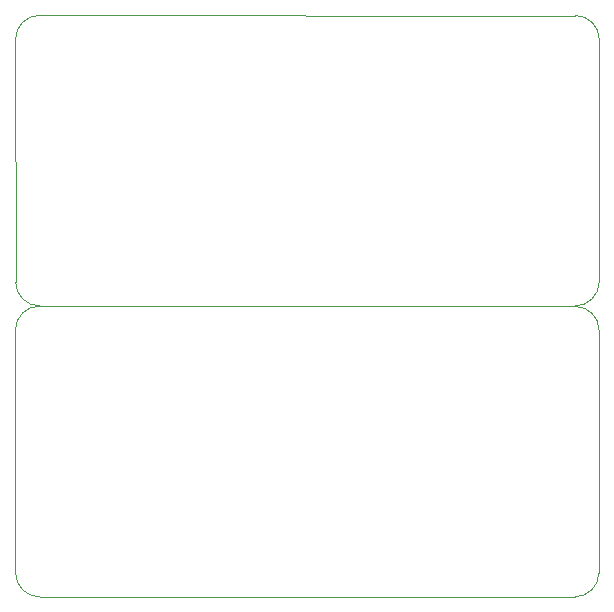
<source format=gbr>
%TF.GenerationSoftware,KiCad,Pcbnew,7.0.2*%
%TF.CreationDate,2023-04-27T09:09:24+02:00*%
%TF.ProjectId,STM32_RF,53544d33-325f-4524-962e-6b696361645f,rev?*%
%TF.SameCoordinates,Original*%
%TF.FileFunction,Profile,NP*%
%FSLAX46Y46*%
G04 Gerber Fmt 4.6, Leading zero omitted, Abs format (unit mm)*
G04 Created by KiCad (PCBNEW 7.0.2) date 2023-04-27 09:09:24*
%MOMM*%
%LPD*%
G01*
G04 APERTURE LIST*
%TA.AperFunction,Profile*%
%ADD10C,0.100000*%
%TD*%
G04 APERTURE END LIST*
D10*
X78768896Y-55955160D02*
X124122692Y-55977603D01*
X78768896Y-55955160D02*
G75*
G03*
X76714451Y-58009603I-17J-2054428D01*
G01*
X124104440Y-80568788D02*
G75*
G03*
X126136388Y-78536788I-40J2031988D01*
G01*
X126154692Y-58009603D02*
X126136388Y-78536788D01*
X126154692Y-58009603D02*
G75*
G03*
X124122692Y-55977603I-2032063J-63D01*
G01*
X76735951Y-78528565D02*
G75*
G03*
X78775950Y-80572494I2039959J-3966D01*
G01*
X76735951Y-78528565D02*
X76714451Y-58009603D01*
X124104440Y-80568788D02*
X78775950Y-80572494D01*
X126140241Y-82633189D02*
X126121937Y-103160374D01*
X124089989Y-105192374D02*
G75*
G03*
X126121937Y-103160374I-41J2031989D01*
G01*
X126140211Y-82633189D02*
G75*
G03*
X124108241Y-80601189I-2032011J-11D01*
G01*
X78754445Y-80578746D02*
G75*
G03*
X76700000Y-82633189I-17J-2054428D01*
G01*
X76721500Y-103152151D02*
G75*
G03*
X78761499Y-105196080I2039958J-3967D01*
G01*
X76721500Y-103152151D02*
X76700000Y-82633189D01*
X124089989Y-105192374D02*
X78761499Y-105196080D01*
X78754445Y-80578746D02*
X124108241Y-80601189D01*
M02*

</source>
